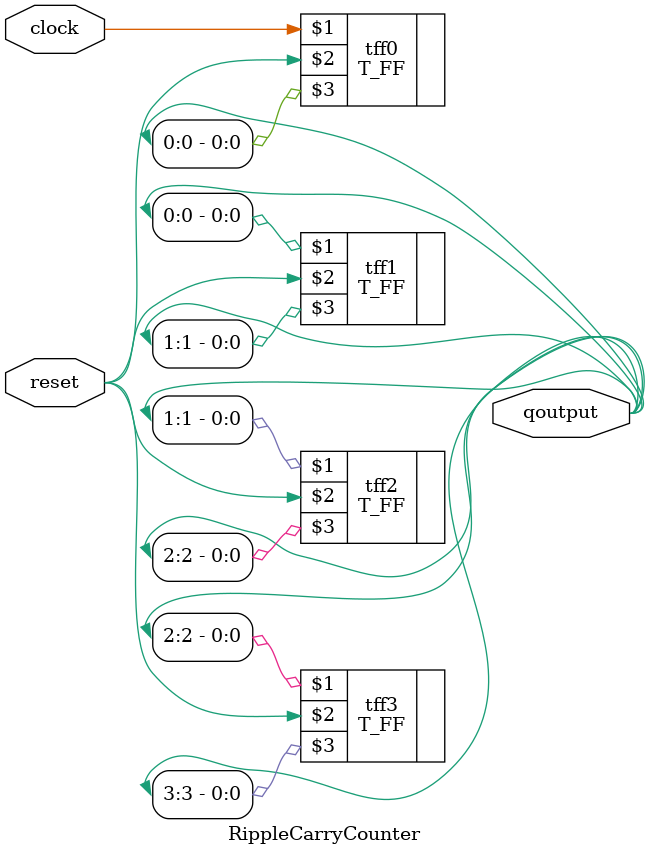
<source format=v>
module RippleCarryCounter(clock, reset, qoutput);
  
  input clock, reset;
  output [3:0] qoutput;
  
  
  T_FF tff0(clock, reset, qoutput[0]);
  
  T_FF tff1(qoutput[0], reset, qoutput[1]);
  
  T_FF tff2(qoutput[1], reset, qoutput[2]);
  
  T_FF tff3(qoutput[2], reset, qoutput[3]);  
  
endmodule
</source>
